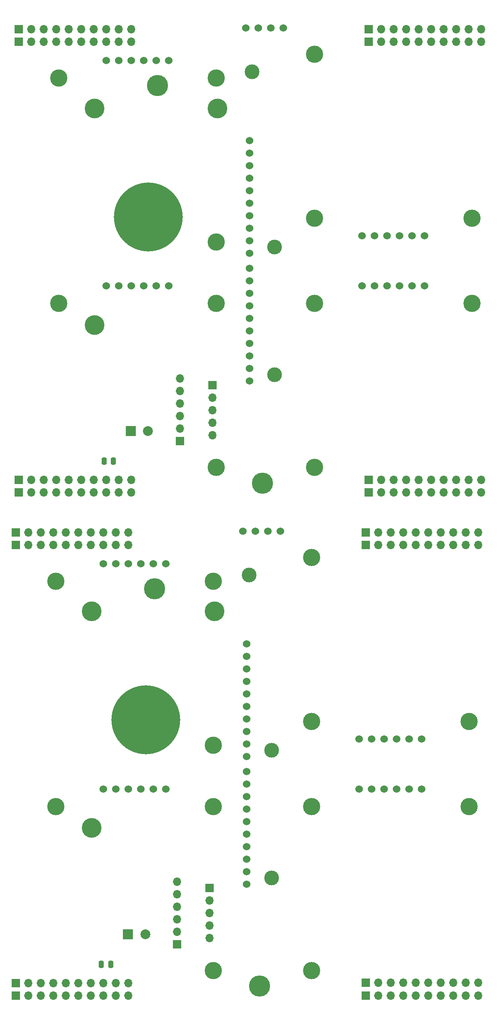
<source format=gbr>
%TF.GenerationSoftware,KiCad,Pcbnew,6.0.7-f9a2dced07~116~ubuntu20.04.1*%
%TF.CreationDate,2022-11-23T13:07:14+01:00*%
%TF.ProjectId,board,626f6172-642e-46b6-9963-61645f706362,rev?*%
%TF.SameCoordinates,Original*%
%TF.FileFunction,Soldermask,Bot*%
%TF.FilePolarity,Negative*%
%FSLAX46Y46*%
G04 Gerber Fmt 4.6, Leading zero omitted, Abs format (unit mm)*
G04 Created by KiCad (PCBNEW 6.0.7-f9a2dced07~116~ubuntu20.04.1) date 2022-11-23 13:07:14*
%MOMM*%
%LPD*%
G01*
G04 APERTURE LIST*
G04 Aperture macros list*
%AMRoundRect*
0 Rectangle with rounded corners*
0 $1 Rounding radius*
0 $2 $3 $4 $5 $6 $7 $8 $9 X,Y pos of 4 corners*
0 Add a 4 corners polygon primitive as box body*
4,1,4,$2,$3,$4,$5,$6,$7,$8,$9,$2,$3,0*
0 Add four circle primitives for the rounded corners*
1,1,$1+$1,$2,$3*
1,1,$1+$1,$4,$5*
1,1,$1+$1,$6,$7*
1,1,$1+$1,$8,$9*
0 Add four rect primitives between the rounded corners*
20,1,$1+$1,$2,$3,$4,$5,0*
20,1,$1+$1,$4,$5,$6,$7,0*
20,1,$1+$1,$6,$7,$8,$9,0*
20,1,$1+$1,$8,$9,$2,$3,0*%
G04 Aperture macros list end*
%ADD10C,1.524000*%
%ADD11C,3.500000*%
%ADD12RoundRect,0.250000X-0.250000X-0.475000X0.250000X-0.475000X0.250000X0.475000X-0.250000X0.475000X0*%
%ADD13O,1.700000X1.700000*%
%ADD14R,1.700000X1.700000*%
%ADD15C,2.000000*%
%ADD16R,2.000000X2.000000*%
%ADD17C,3.000000*%
%ADD18C,14.000000*%
%ADD19C,4.000000*%
%ADD20C,4.300000*%
G04 APERTURE END LIST*
D10*
%TO.C,AFE3*%
X291390000Y-34876000D03*
X288850000Y-34876000D03*
X286310000Y-34876000D03*
X283770000Y-34876000D03*
X281230000Y-34876000D03*
X278690000Y-34876000D03*
D11*
X301042000Y-71706000D03*
X269038000Y-38432000D03*
X301042000Y-38432000D03*
%TD*%
D10*
%TO.C,AFE1*%
X330633000Y-70436000D03*
X333173000Y-70436000D03*
X335713000Y-70436000D03*
X338253000Y-70436000D03*
X340793000Y-70436000D03*
X343333000Y-70436000D03*
D11*
X320981000Y-33606000D03*
X320981000Y-66880000D03*
X352985000Y-66880000D03*
%TD*%
D12*
%TO.C,C14*%
X280148000Y-116156000D03*
X278248000Y-116156000D03*
%TD*%
D13*
%TO.C,J24*%
X283770000Y-122506000D03*
X281230000Y-122506000D03*
X278690000Y-122506000D03*
X276150000Y-122506000D03*
X273610000Y-122506000D03*
X271070000Y-122506000D03*
X268530000Y-122506000D03*
X265990000Y-122506000D03*
X263450000Y-122506000D03*
D14*
X260910000Y-122506000D03*
%TD*%
D15*
%TO.C,C15*%
X287176323Y-110060000D03*
D16*
X283676323Y-110060000D03*
%TD*%
D14*
%TO.C,J22*%
X260350000Y-130556000D03*
D13*
X262890000Y-130556000D03*
X265430000Y-130556000D03*
X267970000Y-130556000D03*
X270510000Y-130556000D03*
X273050000Y-130556000D03*
X275590000Y-130556000D03*
X278130000Y-130556000D03*
X280670000Y-130556000D03*
X283210000Y-130556000D03*
%TD*%
D10*
%TO.C,AFE2*%
X343333000Y-80596000D03*
X340793000Y-80596000D03*
X338253000Y-80596000D03*
X335713000Y-80596000D03*
X333173000Y-80596000D03*
X330633000Y-80596000D03*
D11*
X320981000Y-84152000D03*
X320981000Y-117426000D03*
X352985000Y-84152000D03*
%TD*%
D17*
%TO.C,U11*%
X312301000Y-200660000D03*
D10*
X307221000Y-201930000D03*
X307221000Y-199390000D03*
X307221000Y-196850000D03*
X307221000Y-194310000D03*
X307221000Y-191770000D03*
X307221000Y-189230000D03*
X307221000Y-186690000D03*
X307221000Y-184150000D03*
X307221000Y-181610000D03*
X307221000Y-179070000D03*
%TD*%
D13*
%TO.C,J23*%
X354890000Y-122506000D03*
X352350000Y-122506000D03*
X349810000Y-122506000D03*
X347270000Y-122506000D03*
X344730000Y-122506000D03*
X342190000Y-122506000D03*
X339650000Y-122506000D03*
X337110000Y-122506000D03*
X334570000Y-122506000D03*
D14*
X332030000Y-122506000D03*
%TD*%
D13*
%TO.C,J21*%
X354890000Y-28526000D03*
X352350000Y-28526000D03*
X349810000Y-28526000D03*
X347270000Y-28526000D03*
X344730000Y-28526000D03*
X342190000Y-28526000D03*
X339650000Y-28526000D03*
X337110000Y-28526000D03*
X334570000Y-28526000D03*
D14*
X332030000Y-28526000D03*
%TD*%
%TO.C,J23*%
X331470000Y-224536000D03*
D13*
X334010000Y-224536000D03*
X336550000Y-224536000D03*
X339090000Y-224536000D03*
X341630000Y-224536000D03*
X344170000Y-224536000D03*
X346710000Y-224536000D03*
X349250000Y-224536000D03*
X351790000Y-224536000D03*
X354330000Y-224536000D03*
%TD*%
%TO.C,J3*%
X354890000Y-31066000D03*
X352350000Y-31066000D03*
X349810000Y-31066000D03*
X347270000Y-31066000D03*
X344730000Y-31066000D03*
X342190000Y-31066000D03*
X339650000Y-31066000D03*
X337110000Y-31066000D03*
X334570000Y-31066000D03*
D14*
X332030000Y-31066000D03*
%TD*%
D11*
%TO.C,AFE3*%
X300482000Y-140462000D03*
X268478000Y-140462000D03*
X300482000Y-173736000D03*
D10*
X278130000Y-136906000D03*
X280670000Y-136906000D03*
X283210000Y-136906000D03*
X285750000Y-136906000D03*
X288290000Y-136906000D03*
X290830000Y-136906000D03*
%TD*%
%TO.C,U11*%
X307781000Y-77040000D03*
X307781000Y-79580000D03*
X307781000Y-82120000D03*
X307781000Y-84660000D03*
X307781000Y-87200000D03*
X307781000Y-89740000D03*
X307781000Y-92280000D03*
X307781000Y-94820000D03*
X307781000Y-97360000D03*
X307781000Y-99900000D03*
D17*
X312861000Y-98630000D03*
%TD*%
D10*
%TO.C,U10*%
X314631000Y-28272000D03*
X312091000Y-28272000D03*
X309551000Y-28272000D03*
X307011000Y-28272000D03*
D17*
X308281000Y-37162000D03*
%TD*%
D18*
%TO.C,U12*%
X287274000Y-66548000D03*
D19*
X276274000Y-88548000D03*
X301274000Y-44548000D03*
X276274000Y-44548000D03*
%TD*%
D14*
%TO.C,J24*%
X260350000Y-224536000D03*
D13*
X262890000Y-224536000D03*
X265430000Y-224536000D03*
X267970000Y-224536000D03*
X270510000Y-224536000D03*
X273050000Y-224536000D03*
X275590000Y-224536000D03*
X278130000Y-224536000D03*
X280670000Y-224536000D03*
X283210000Y-224536000D03*
%TD*%
%TO.C,J15*%
X283770000Y-119966000D03*
X281230000Y-119966000D03*
X278690000Y-119966000D03*
X276150000Y-119966000D03*
X273610000Y-119966000D03*
X271070000Y-119966000D03*
X268530000Y-119966000D03*
X265990000Y-119966000D03*
X263450000Y-119966000D03*
D14*
X260910000Y-119966000D03*
%TD*%
D13*
%TO.C,J5*%
X283770000Y-31066000D03*
X281230000Y-31066000D03*
X278690000Y-31066000D03*
X276150000Y-31066000D03*
X273610000Y-31066000D03*
X271070000Y-31066000D03*
X268530000Y-31066000D03*
X265990000Y-31066000D03*
X263450000Y-31066000D03*
D14*
X260910000Y-31066000D03*
%TD*%
D20*
%TO.C,H2*%
X310440000Y-120601000D03*
%TD*%
D13*
%TO.C,J14*%
X354890000Y-119941000D03*
X352350000Y-119941000D03*
X349810000Y-119941000D03*
X347270000Y-119941000D03*
X344730000Y-119941000D03*
X342190000Y-119941000D03*
X339650000Y-119941000D03*
X337110000Y-119941000D03*
X334570000Y-119941000D03*
D14*
X332030000Y-119941000D03*
%TD*%
D13*
%TO.C,J13*%
X300280000Y-110827000D03*
X300280000Y-108287000D03*
X300280000Y-105747000D03*
X300280000Y-103207000D03*
D14*
X300280000Y-100667000D03*
%TD*%
D13*
%TO.C,J20*%
X293676000Y-99392000D03*
X293676000Y-101932000D03*
X293676000Y-104472000D03*
X293676000Y-107012000D03*
X293676000Y-109552000D03*
D14*
X293676000Y-112092000D03*
%TD*%
D20*
%TO.C,H2*%
X309880000Y-222631000D03*
%TD*%
D10*
%TO.C,AFE4*%
X291390000Y-80596000D03*
X288850000Y-80596000D03*
X286310000Y-80596000D03*
X283770000Y-80596000D03*
X281230000Y-80596000D03*
X278690000Y-80596000D03*
D11*
X301042000Y-117426000D03*
X301042000Y-84152000D03*
X269038000Y-84152000D03*
%TD*%
D10*
%TO.C,U8*%
X307781000Y-51132000D03*
X307781000Y-53672000D03*
X307781000Y-56212000D03*
X307781000Y-58752000D03*
X307781000Y-61292000D03*
X307781000Y-63832000D03*
X307781000Y-66372000D03*
X307781000Y-68912000D03*
X307781000Y-71452000D03*
X307781000Y-73992000D03*
D17*
X312861000Y-72722000D03*
%TD*%
D13*
%TO.C,J22*%
X283770000Y-28526000D03*
X281230000Y-28526000D03*
X278690000Y-28526000D03*
X276150000Y-28526000D03*
X273610000Y-28526000D03*
X271070000Y-28526000D03*
X268530000Y-28526000D03*
X265990000Y-28526000D03*
X263450000Y-28526000D03*
D14*
X260910000Y-28526000D03*
%TD*%
%TO.C,J20*%
X293116000Y-214122000D03*
D13*
X293116000Y-211582000D03*
X293116000Y-209042000D03*
X293116000Y-206502000D03*
X293116000Y-203962000D03*
X293116000Y-201422000D03*
%TD*%
D20*
%TO.C,H1*%
X288544000Y-141986000D03*
%TD*%
D11*
%TO.C,AFE2*%
X320421000Y-186182000D03*
X352425000Y-186182000D03*
X320421000Y-219456000D03*
D10*
X330073000Y-182626000D03*
X332613000Y-182626000D03*
X335153000Y-182626000D03*
X337693000Y-182626000D03*
X340233000Y-182626000D03*
X342773000Y-182626000D03*
%TD*%
D14*
%TO.C,J13*%
X299720000Y-202697000D03*
D13*
X299720000Y-205237000D03*
X299720000Y-207777000D03*
X299720000Y-210317000D03*
X299720000Y-212857000D03*
%TD*%
D11*
%TO.C,AFE4*%
X300482000Y-219456000D03*
X268478000Y-186182000D03*
X300482000Y-186182000D03*
D10*
X278130000Y-182626000D03*
X280670000Y-182626000D03*
X283210000Y-182626000D03*
X285750000Y-182626000D03*
X288290000Y-182626000D03*
X290830000Y-182626000D03*
%TD*%
D20*
%TO.C,H1*%
X289104000Y-39956000D03*
%TD*%
D16*
%TO.C,C15*%
X283116323Y-212090000D03*
D15*
X286616323Y-212090000D03*
%TD*%
D14*
%TO.C,J14*%
X331470000Y-221971000D03*
D13*
X334010000Y-221971000D03*
X336550000Y-221971000D03*
X339090000Y-221971000D03*
X341630000Y-221971000D03*
X344170000Y-221971000D03*
X346710000Y-221971000D03*
X349250000Y-221971000D03*
X351790000Y-221971000D03*
X354330000Y-221971000D03*
%TD*%
D19*
%TO.C,U12*%
X300714000Y-146578000D03*
X275714000Y-190578000D03*
D18*
X286714000Y-168578000D03*
D19*
X275714000Y-146578000D03*
%TD*%
D14*
%TO.C,J5*%
X260350000Y-133096000D03*
D13*
X262890000Y-133096000D03*
X265430000Y-133096000D03*
X267970000Y-133096000D03*
X270510000Y-133096000D03*
X273050000Y-133096000D03*
X275590000Y-133096000D03*
X278130000Y-133096000D03*
X280670000Y-133096000D03*
X283210000Y-133096000D03*
%TD*%
D17*
%TO.C,U10*%
X307721000Y-139192000D03*
D10*
X306451000Y-130302000D03*
X308991000Y-130302000D03*
X311531000Y-130302000D03*
X314071000Y-130302000D03*
%TD*%
D14*
%TO.C,J21*%
X331470000Y-130556000D03*
D13*
X334010000Y-130556000D03*
X336550000Y-130556000D03*
X339090000Y-130556000D03*
X341630000Y-130556000D03*
X344170000Y-130556000D03*
X346710000Y-130556000D03*
X349250000Y-130556000D03*
X351790000Y-130556000D03*
X354330000Y-130556000D03*
%TD*%
D11*
%TO.C,AFE1*%
X320421000Y-135636000D03*
X320421000Y-168910000D03*
X352425000Y-168910000D03*
D10*
X342773000Y-172466000D03*
X340233000Y-172466000D03*
X337693000Y-172466000D03*
X335153000Y-172466000D03*
X332613000Y-172466000D03*
X330073000Y-172466000D03*
%TD*%
D17*
%TO.C,U8*%
X312301000Y-174752000D03*
D10*
X307221000Y-176022000D03*
X307221000Y-173482000D03*
X307221000Y-170942000D03*
X307221000Y-168402000D03*
X307221000Y-165862000D03*
X307221000Y-163322000D03*
X307221000Y-160782000D03*
X307221000Y-158242000D03*
X307221000Y-155702000D03*
X307221000Y-153162000D03*
%TD*%
D14*
%TO.C,J15*%
X260350000Y-221996000D03*
D13*
X262890000Y-221996000D03*
X265430000Y-221996000D03*
X267970000Y-221996000D03*
X270510000Y-221996000D03*
X273050000Y-221996000D03*
X275590000Y-221996000D03*
X278130000Y-221996000D03*
X280670000Y-221996000D03*
X283210000Y-221996000D03*
%TD*%
D12*
%TO.C,C14*%
X277688000Y-218186000D03*
X279588000Y-218186000D03*
%TD*%
D14*
%TO.C,J3*%
X331470000Y-133096000D03*
D13*
X334010000Y-133096000D03*
X336550000Y-133096000D03*
X339090000Y-133096000D03*
X341630000Y-133096000D03*
X344170000Y-133096000D03*
X346710000Y-133096000D03*
X349250000Y-133096000D03*
X351790000Y-133096000D03*
X354330000Y-133096000D03*
%TD*%
M02*

</source>
